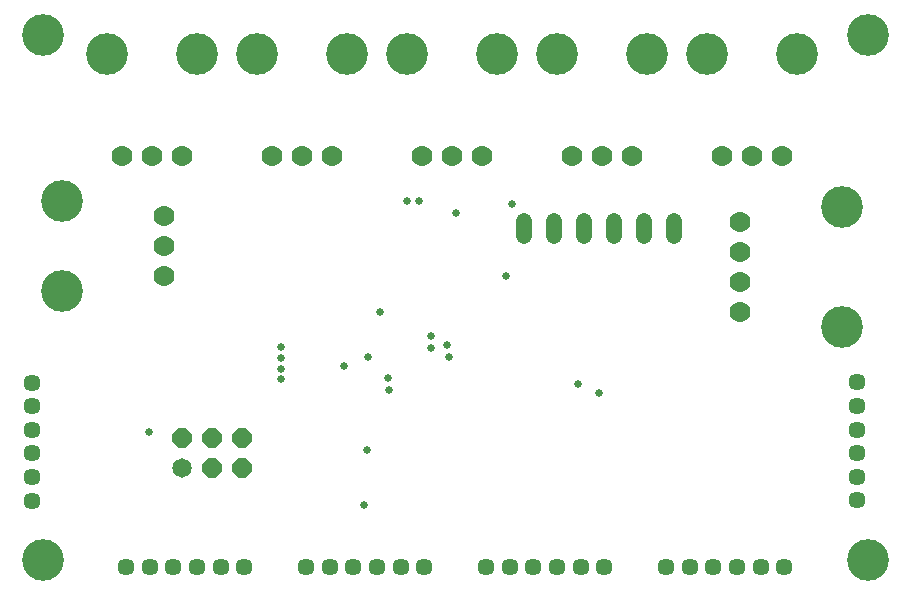
<source format=gbr>
G04 EAGLE Gerber RS-274X export*
G75*
%MOMM*%
%FSLAX34Y34*%
%LPD*%
%INSoldermask Bottom*%
%IPPOS*%
%AMOC8*
5,1,8,0,0,1.08239X$1,22.5*%
G01*
%ADD10C,3.527000*%
%ADD11C,1.765300*%
%ADD12C,3.530600*%
%ADD13C,1.651000*%
%ADD14P,1.787026X8X22.500000*%
%ADD15C,1.447800*%
%ADD16C,1.346200*%
%ADD17C,0.652000*%


D10*
X31750Y31750D03*
X730250Y31750D03*
X730250Y476250D03*
X31750Y476250D03*
D11*
X622300Y266700D03*
X622300Y292100D03*
X622300Y317500D03*
X622300Y241300D03*
D12*
X708660Y228600D03*
X708660Y330200D03*
D13*
X149860Y109220D03*
D14*
X175260Y109220D03*
X200660Y109220D03*
X149860Y134620D03*
X175260Y134620D03*
X200660Y134620D03*
D11*
X99060Y373380D03*
X124460Y373380D03*
X149860Y373380D03*
D12*
X86360Y459740D03*
X162560Y459740D03*
D11*
X226060Y373380D03*
X251460Y373380D03*
X276860Y373380D03*
D12*
X213360Y459740D03*
X289560Y459740D03*
D11*
X353060Y373380D03*
X378460Y373380D03*
X403860Y373380D03*
D12*
X340360Y459740D03*
X416560Y459740D03*
D11*
X480060Y373380D03*
X505460Y373380D03*
X530860Y373380D03*
D12*
X467360Y459740D03*
X543560Y459740D03*
D11*
X607060Y373380D03*
X632460Y373380D03*
X657860Y373380D03*
D12*
X594360Y459740D03*
X670560Y459740D03*
D15*
X102489Y25400D03*
X122555Y25400D03*
X142367Y25400D03*
X162433Y25400D03*
X182499Y25400D03*
X202565Y25400D03*
X254889Y25400D03*
X274955Y25400D03*
X294767Y25400D03*
X314833Y25400D03*
X334899Y25400D03*
X354965Y25400D03*
X407289Y25400D03*
X427355Y25400D03*
X447167Y25400D03*
X467233Y25400D03*
X487299Y25400D03*
X507365Y25400D03*
X559689Y25400D03*
X579755Y25400D03*
X599567Y25400D03*
X619633Y25400D03*
X639699Y25400D03*
X659765Y25400D03*
X721360Y82169D03*
X721360Y102235D03*
X721360Y122047D03*
X721360Y142113D03*
X721360Y162179D03*
X721360Y182245D03*
X22860Y181991D03*
X22860Y161925D03*
X22860Y142113D03*
X22860Y122047D03*
X22860Y101981D03*
X22860Y81915D03*
D16*
X439420Y306324D02*
X439420Y318516D01*
X464820Y318516D02*
X464820Y306324D01*
X490220Y306324D02*
X490220Y318516D01*
X515620Y318516D02*
X515620Y306324D01*
X541020Y306324D02*
X541020Y318516D01*
X566420Y318516D02*
X566420Y306324D01*
D11*
X134620Y322580D03*
X134620Y297180D03*
X134620Y271780D03*
D12*
X48260Y335280D03*
X48260Y259080D03*
D17*
X306324Y124460D03*
X287020Y195580D03*
X304292Y78232D03*
X324556Y186136D03*
X350520Y335280D03*
X485140Y180340D03*
X325120Y175260D03*
X340360Y335280D03*
X502920Y172720D03*
X317500Y241300D03*
X121920Y139700D03*
X381762Y325628D03*
X429260Y332740D03*
X233680Y211892D03*
X233680Y202804D03*
X233934Y193716D03*
X233934Y184628D03*
X307340Y203200D03*
X360680Y220980D03*
X375920Y203200D03*
X374368Y213360D03*
X424180Y271780D03*
X360680Y210820D03*
M02*

</source>
